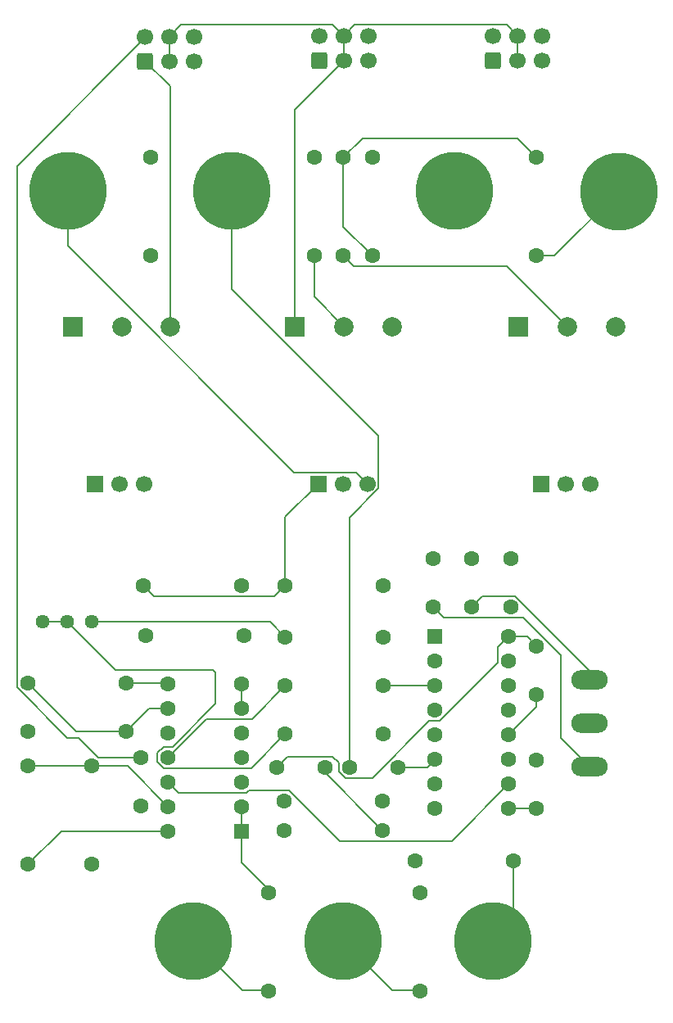
<source format=gbr>
%TF.GenerationSoftware,KiCad,Pcbnew,9.0.6*%
%TF.CreationDate,2026-01-21T23:07:25+11:00*%
%TF.ProjectId,oscillator,6f736369-6c6c-4617-946f-722e6b696361,rev?*%
%TF.SameCoordinates,Original*%
%TF.FileFunction,Copper,L1,Top*%
%TF.FilePolarity,Positive*%
%FSLAX46Y46*%
G04 Gerber Fmt 4.6, Leading zero omitted, Abs format (unit mm)*
G04 Created by KiCad (PCBNEW 9.0.6) date 2026-01-21 23:07:25*
%MOMM*%
%LPD*%
G01*
G04 APERTURE LIST*
G04 Aperture macros list*
%AMRoundRect*
0 Rectangle with rounded corners*
0 $1 Rounding radius*
0 $2 $3 $4 $5 $6 $7 $8 $9 X,Y pos of 4 corners*
0 Add a 4 corners polygon primitive as box body*
4,1,4,$2,$3,$4,$5,$6,$7,$8,$9,$2,$3,0*
0 Add four circle primitives for the rounded corners*
1,1,$1+$1,$2,$3*
1,1,$1+$1,$4,$5*
1,1,$1+$1,$6,$7*
1,1,$1+$1,$8,$9*
0 Add four rect primitives between the rounded corners*
20,1,$1+$1,$2,$3,$4,$5,0*
20,1,$1+$1,$4,$5,$6,$7,0*
20,1,$1+$1,$6,$7,$8,$9,0*
20,1,$1+$1,$8,$9,$2,$3,0*%
G04 Aperture macros list end*
%TA.AperFunction,ComponentPad*%
%ADD10C,1.600000*%
%TD*%
%TA.AperFunction,ComponentPad*%
%ADD11R,2.000000X2.000000*%
%TD*%
%TA.AperFunction,ComponentPad*%
%ADD12C,2.000000*%
%TD*%
%TA.AperFunction,ComponentPad*%
%ADD13C,8.000000*%
%TD*%
%TA.AperFunction,ComponentPad*%
%ADD14R,1.700000X1.700000*%
%TD*%
%TA.AperFunction,ComponentPad*%
%ADD15C,1.700000*%
%TD*%
%TA.AperFunction,ComponentPad*%
%ADD16RoundRect,0.250000X0.600000X-0.600000X0.600000X0.600000X-0.600000X0.600000X-0.600000X-0.600000X0*%
%TD*%
%TA.AperFunction,ComponentPad*%
%ADD17O,3.750000X2.000000*%
%TD*%
%TA.AperFunction,ComponentPad*%
%ADD18C,1.440000*%
%TD*%
%TA.AperFunction,ComponentPad*%
%ADD19RoundRect,0.250000X-0.550000X-0.550000X0.550000X-0.550000X0.550000X0.550000X-0.550000X0.550000X0*%
%TD*%
%TA.AperFunction,ComponentPad*%
%ADD20RoundRect,0.250000X0.550000X0.550000X-0.550000X0.550000X-0.550000X-0.550000X0.550000X-0.550000X0*%
%TD*%
%TA.AperFunction,Conductor*%
%ADD21C,0.200000*%
%TD*%
G04 APERTURE END LIST*
D10*
%TO.P,C7,1*%
%TO.N,Net-(J12-Pin_1)*%
X104986294Y-105321825D03*
%TO.P,C7,2*%
%TO.N,Net-(U1-VSSI)*%
X104986294Y-110321825D03*
%TD*%
%TO.P,R7,1*%
%TO.N,Net-(U1-VPWM)*%
X89080000Y-109500000D03*
%TO.P,R7,2*%
%TO.N,Net-(U2B--)*%
X78920000Y-109500000D03*
%TD*%
%TO.P,C6,1*%
%TO.N,12V*%
X105000000Y-93500000D03*
%TO.P,C6,2*%
%TO.N,GND*%
X105000000Y-98500000D03*
%TD*%
%TO.P,R15,1*%
%TO.N,GND*%
X52366658Y-102339627D03*
%TO.P,R15,2*%
%TO.N,Net-(U2C--)*%
X62526658Y-102339627D03*
%TD*%
%TO.P,C4,1*%
%TO.N,GND*%
X64049373Y-110017956D03*
%TO.P,C4,2*%
%TO.N,-12V*%
X64049373Y-105017956D03*
%TD*%
%TO.P,R17,1*%
%TO.N,Net-(R16-Pad2)*%
X92976806Y-119000000D03*
%TO.P,R17,2*%
%TO.N,Net-(J4-Pin_1)*%
X92976806Y-129160000D03*
%TD*%
%TO.P,R13,1*%
%TO.N,Net-(U1-VLFI)*%
X74500000Y-87250000D03*
%TO.P,R13,2*%
%TO.N,GND*%
X64340000Y-87250000D03*
%TD*%
D11*
%TO.P,J9,1,Pin_1*%
%TO.N,GND*%
X80000000Y-60500000D03*
D12*
%TO.P,J9,2,Pin_2*%
%TO.N,Net-(J9-Pin_2)*%
X85080000Y-60500000D03*
%TO.P,J9,3,Pin_3*%
%TO.N,Net-(J7-Pin_1)*%
X90080000Y-60500000D03*
%TD*%
D10*
%TO.P,R6,1*%
%TO.N,Net-(U2B-+)*%
X82000000Y-43000000D03*
%TO.P,R6,2*%
%TO.N,Net-(J9-Pin_2)*%
X82000000Y-53160000D03*
%TD*%
%TO.P,R10,1*%
%TO.N,Net-(C1-Pad1)*%
X88000000Y-43000000D03*
%TO.P,R10,2*%
%TO.N,Net-(U1-VFCI)*%
X88000000Y-53160000D03*
%TD*%
%TO.P,R5,1*%
%TO.N,Net-(U2B-+)*%
X65095193Y-43001691D03*
%TO.P,R5,2*%
%TO.N,Net-(J8-Pin_2)*%
X65095193Y-53161691D03*
%TD*%
D13*
%TO.P,J12,1,Pin_1*%
%TO.N,Net-(J12-Pin_1)*%
X96500000Y-46500000D03*
%TD*%
%TO.P,J6,1,Pin_1*%
%TO.N,Net-(J6-Pin_1)*%
X113500000Y-46524938D03*
%TD*%
D10*
%TO.P,R3,1*%
%TO.N,-12V*%
X79000000Y-97590000D03*
%TO.P,R3,2*%
%TO.N,Net-(U1-VEE)*%
X89160000Y-97590000D03*
%TD*%
%TO.P,R20,1*%
%TO.N,Net-(R19-Pad2)*%
X92420000Y-115750000D03*
%TO.P,R20,2*%
%TO.N,Net-(J3-Pin_1)*%
X102580000Y-115750000D03*
%TD*%
%TO.P,R14,1*%
%TO.N,Net-(J5-Pin_1)*%
X77283810Y-129160000D03*
%TO.P,R14,2*%
%TO.N,Net-(U2A--)*%
X77283810Y-119000000D03*
%TD*%
D13*
%TO.P,J7,1,Pin_1*%
%TO.N,Net-(J7-Pin_1)*%
X56500000Y-46500000D03*
%TD*%
D10*
%TO.P,C8,1*%
%TO.N,Net-(J13-Pin_1)*%
X85653753Y-106024555D03*
%TO.P,C8,2*%
%TO.N,Net-(U1-VHSI)*%
X90653753Y-106024555D03*
%TD*%
%TO.P,C1,1*%
%TO.N,Net-(C1-Pad1)*%
X102316405Y-84453030D03*
%TO.P,C1,2*%
%TO.N,GND*%
X102316405Y-89453030D03*
%TD*%
D14*
%TO.P,RV2,1,1*%
%TO.N,GND*%
X59310000Y-76750000D03*
D15*
%TO.P,RV2,2,2*%
%TO.N,Net-(J8-Pin_2)*%
X61850000Y-76750000D03*
%TO.P,RV2,3,3*%
%TO.N,12V*%
X64390000Y-76750000D03*
%TD*%
D10*
%TO.P,R18,1*%
%TO.N,GND*%
X59000000Y-116080000D03*
%TO.P,R18,2*%
%TO.N,Net-(U2D--)*%
X59000000Y-105920000D03*
%TD*%
D16*
%TO.P,J2,1,Pin_1*%
%TO.N,12V*%
X82500000Y-33000000D03*
D15*
%TO.P,J2,2,Pin_2*%
%TO.N,-12V*%
X82500000Y-30460000D03*
%TO.P,J2,3,Pin_3*%
%TO.N,GND*%
X85040000Y-33000000D03*
%TO.P,J2,4,Pin_4*%
X85040000Y-30460000D03*
%TO.P,J2,5,Pin_5*%
%TO.N,5V*%
X87580000Y-33000000D03*
%TO.P,J2,6,Pin_6*%
%TO.N,unconnected-(J2-Pin_6-Pad6)*%
X87580000Y-30460000D03*
%TD*%
D10*
%TO.P,R9,1*%
%TO.N,Net-(J10-Pin_2)*%
X85000000Y-53160000D03*
%TO.P,R9,2*%
%TO.N,Net-(U1-VFCI)*%
X85000000Y-43000000D03*
%TD*%
D14*
%TO.P,RV3,1,1*%
%TO.N,GND*%
X82410000Y-76750000D03*
D15*
%TO.P,RV3,2,2*%
%TO.N,Net-(J9-Pin_2)*%
X84950000Y-76750000D03*
%TO.P,RV3,3,3*%
%TO.N,Net-(J7-Pin_1)*%
X87490000Y-76750000D03*
%TD*%
D17*
%TO.P,SW1,1,C*%
%TO.N,Net-(SW1-C)*%
X110500000Y-106000000D03*
%TO.P,SW1,2,B*%
%TO.N,Net-(SW1-B)*%
X110500000Y-101500000D03*
%TO.P,SW1,3,A*%
%TO.N,Net-(SW1-A)*%
X110500000Y-97000000D03*
%TD*%
D18*
%TO.P,RV1,1,1*%
%TO.N,Net-(R1-Pad1)*%
X59000000Y-91000000D03*
%TO.P,RV1,2,2*%
%TO.N,Net-(U1-VEE)*%
X56460000Y-91000000D03*
%TO.P,RV1,3,3*%
X53920000Y-91000000D03*
%TD*%
D11*
%TO.P,J8,1,Pin_1*%
%TO.N,GND*%
X57000000Y-60500000D03*
D12*
%TO.P,J8,2,Pin_2*%
%TO.N,Net-(J8-Pin_2)*%
X62080000Y-60500000D03*
%TO.P,J8,3,Pin_3*%
%TO.N,12V*%
X67080000Y-60500000D03*
%TD*%
D10*
%TO.P,R12,1*%
%TO.N,Net-(U1-VLFI)*%
X74724244Y-92424393D03*
%TO.P,R12,2*%
%TO.N,12V*%
X64564244Y-92424393D03*
%TD*%
D19*
%TO.P,U1,1,SCALE1*%
%TO.N,Net-(U1-SCALE1)*%
X94500000Y-92550000D03*
D10*
%TO.P,U1,2,SCALE2*%
%TO.N,Net-(U1-SCALE2)*%
X94500000Y-95090000D03*
%TO.P,U1,3,VEE*%
%TO.N,Net-(U1-VEE)*%
X94500000Y-97630000D03*
%TO.P,U1,4,VP*%
%TO.N,Net-(U1-VP)*%
X94500000Y-100170000D03*
%TO.P,U1,5,VPWM*%
%TO.N,Net-(U1-VPWM)*%
X94500000Y-102710000D03*
%TO.P,U1,6,VHSI*%
%TO.N,Net-(U1-VHSI)*%
X94500000Y-105250000D03*
%TO.P,U1,7,VHFT*%
%TO.N,unconnected-(U1-VHFT-Pad7)*%
X94500000Y-107790000D03*
%TO.P,U1,8,VSO*%
%TO.N,Net-(U1-VSO)*%
X94500000Y-110330000D03*
%TO.P,U1,9,VSSI*%
%TO.N,Net-(U1-VSSI)*%
X102120000Y-110330000D03*
%TO.P,U1,10,VTO*%
%TO.N,Net-(U1-VTO)*%
X102120000Y-107790000D03*
%TO.P,U1,11,CAP*%
%TO.N,Net-(SW1-B)*%
X102120000Y-105250000D03*
%TO.P,U1,12,GND*%
%TO.N,GND*%
X102120000Y-102710000D03*
%TO.P,U1,13,VLFI*%
%TO.N,Net-(U1-VLFI)*%
X102120000Y-100170000D03*
%TO.P,U1,14,VS*%
%TO.N,Net-(U1-VS)*%
X102120000Y-97630000D03*
%TO.P,U1,15,VFCI*%
%TO.N,Net-(U1-VFCI)*%
X102120000Y-95090000D03*
%TO.P,U1,16,VCC*%
%TO.N,12V*%
X102120000Y-92550000D03*
%TD*%
D13*
%TO.P,J3,1,Pin_1*%
%TO.N,Net-(J3-Pin_1)*%
X100500000Y-124024938D03*
%TD*%
D10*
%TO.P,R19,1*%
%TO.N,Net-(U2D--)*%
X52369805Y-105918816D03*
%TO.P,R19,2*%
%TO.N,Net-(R19-Pad2)*%
X52369805Y-116078816D03*
%TD*%
D20*
%TO.P,U2,1*%
%TO.N,Net-(U2A--)*%
X74500000Y-112630000D03*
D10*
%TO.P,U2,2,-*%
X74500000Y-110090000D03*
%TO.P,U2,3,+*%
%TO.N,Net-(U1-VP)*%
X74500000Y-107550000D03*
%TO.P,U2,4,V+*%
%TO.N,12V*%
X74500000Y-105010000D03*
%TO.P,U2,5,+*%
%TO.N,Net-(U2B-+)*%
X74500000Y-102470000D03*
%TO.P,U2,6,-*%
%TO.N,Net-(U2B--)*%
X74500000Y-99930000D03*
%TO.P,U2,7*%
X74500000Y-97390000D03*
%TO.P,U2,8*%
%TO.N,Net-(R16-Pad2)*%
X66880000Y-97390000D03*
%TO.P,U2,9,-*%
%TO.N,Net-(U2C--)*%
X66880000Y-99930000D03*
%TO.P,U2,10,+*%
%TO.N,Net-(U1-VSO)*%
X66880000Y-102470000D03*
%TO.P,U2,11,V-*%
%TO.N,-12V*%
X66880000Y-105010000D03*
%TO.P,U2,12,+*%
%TO.N,Net-(U1-VTO)*%
X66880000Y-107550000D03*
%TO.P,U2,13,-*%
%TO.N,Net-(U2D--)*%
X66880000Y-110090000D03*
%TO.P,U2,14*%
%TO.N,Net-(R19-Pad2)*%
X66880000Y-112630000D03*
%TD*%
D14*
%TO.P,RV4,1,1*%
%TO.N,unconnected-(RV4-Pad1)*%
X105510000Y-76750000D03*
D15*
%TO.P,RV4,2,2*%
%TO.N,Net-(J10-Pin_2)*%
X108050000Y-76750000D03*
%TO.P,RV4,3,3*%
%TO.N,12V*%
X110590000Y-76750000D03*
%TD*%
D10*
%TO.P,R11,1*%
%TO.N,Net-(U1-VS)*%
X89139113Y-87254358D03*
%TO.P,R11,2*%
%TO.N,GND*%
X78979113Y-87254358D03*
%TD*%
%TO.P,R8,1*%
%TO.N,Net-(J6-Pin_1)*%
X105000000Y-53160000D03*
%TO.P,R8,2*%
%TO.N,Net-(U1-VFCI)*%
X105000000Y-43000000D03*
%TD*%
D13*
%TO.P,J13,1,Pin_1*%
%TO.N,Net-(J13-Pin_1)*%
X73500000Y-46500000D03*
%TD*%
D10*
%TO.P,C5,1*%
%TO.N,12V*%
X78153753Y-106024555D03*
%TO.P,C5,2*%
%TO.N,GND*%
X83153753Y-106024555D03*
%TD*%
D11*
%TO.P,J10,1,Pin_1*%
%TO.N,unconnected-(J10-Pin_1-Pad1)*%
X103095000Y-60500000D03*
D12*
%TO.P,J10,2,Pin_2*%
%TO.N,Net-(J10-Pin_2)*%
X108175000Y-60500000D03*
%TO.P,J10,3,Pin_3*%
%TO.N,12V*%
X113175000Y-60500000D03*
%TD*%
D10*
%TO.P,R2,1*%
%TO.N,Net-(U1-VEE)*%
X79000000Y-102590000D03*
%TO.P,R2,2*%
%TO.N,Net-(U1-SCALE2)*%
X89160000Y-102590000D03*
%TD*%
D16*
%TO.P,J1,1,Pin_1*%
%TO.N,12V*%
X64500000Y-33040000D03*
D15*
%TO.P,J1,2,Pin_2*%
%TO.N,-12V*%
X64500000Y-30500000D03*
%TO.P,J1,3,Pin_3*%
%TO.N,GND*%
X67040000Y-33040000D03*
%TO.P,J1,4,Pin_4*%
X67040000Y-30500000D03*
%TO.P,J1,5,Pin_5*%
%TO.N,5V*%
X69580000Y-33040000D03*
%TO.P,J1,6,Pin_6*%
%TO.N,unconnected-(J1-Pin_6-Pad6)*%
X69580000Y-30500000D03*
%TD*%
D10*
%TO.P,R4,1*%
%TO.N,GND*%
X89080000Y-112590000D03*
%TO.P,R4,2*%
%TO.N,Net-(U1-VP)*%
X78920000Y-112590000D03*
%TD*%
D16*
%TO.P,J11,1,Pin_1*%
%TO.N,12V*%
X100500000Y-33000000D03*
D15*
%TO.P,J11,2,Pin_2*%
%TO.N,-12V*%
X100500000Y-30460000D03*
%TO.P,J11,3,Pin_3*%
%TO.N,GND*%
X103040000Y-33000000D03*
%TO.P,J11,4,Pin_4*%
X103040000Y-30460000D03*
%TO.P,J11,5,Pin_5*%
%TO.N,5V*%
X105580000Y-33000000D03*
%TO.P,J11,6,Pin_6*%
%TO.N,unconnected-(J11-Pin_6-Pad6)*%
X105580000Y-30460000D03*
%TD*%
D13*
%TO.P,J4,1,Pin_1*%
%TO.N,Net-(J4-Pin_1)*%
X85000000Y-124024938D03*
%TD*%
D10*
%TO.P,C2,1*%
%TO.N,Net-(SW1-A)*%
X98316405Y-89453030D03*
%TO.P,C2,2*%
%TO.N,GND*%
X98316405Y-84453030D03*
%TD*%
D13*
%TO.P,J5,1,Pin_1*%
%TO.N,Net-(J5-Pin_1)*%
X69500000Y-124024938D03*
%TD*%
D10*
%TO.P,C3,1*%
%TO.N,Net-(SW1-C)*%
X94316405Y-89453030D03*
%TO.P,C3,2*%
%TO.N,GND*%
X94316405Y-84453030D03*
%TD*%
%TO.P,R16,1*%
%TO.N,Net-(U2C--)*%
X52366658Y-97339627D03*
%TO.P,R16,2*%
%TO.N,Net-(R16-Pad2)*%
X62526658Y-97339627D03*
%TD*%
%TO.P,R1,1*%
%TO.N,Net-(R1-Pad1)*%
X79000000Y-92590000D03*
%TO.P,R1,2*%
%TO.N,Net-(U1-SCALE1)*%
X89160000Y-92590000D03*
%TD*%
D21*
%TO.N,GND*%
X67040000Y-30651000D02*
X67040000Y-33191000D01*
X78979113Y-87254358D02*
X78979113Y-80180887D01*
X102120000Y-102710000D02*
X105000000Y-99830000D01*
X101889000Y-29309000D02*
X103040000Y-30460000D01*
X68231000Y-29309000D02*
X83889000Y-29309000D01*
X82500000Y-106000000D02*
X89080000Y-112580000D01*
X67040000Y-30500000D02*
X68231000Y-29309000D01*
X78979113Y-80180887D02*
X82410000Y-76750000D01*
X86191000Y-29309000D02*
X101889000Y-29309000D01*
X105000000Y-99830000D02*
X105000000Y-98500000D01*
X85040000Y-30460000D02*
X86191000Y-29309000D01*
X77882471Y-88351000D02*
X65441000Y-88351000D01*
X80000000Y-38040000D02*
X80000000Y-60500000D01*
X78979113Y-87254358D02*
X77882471Y-88351000D01*
X85040000Y-30651000D02*
X85040000Y-33191000D01*
X103040000Y-30460000D02*
X103040000Y-33000000D01*
X85040000Y-33000000D02*
X80000000Y-38040000D01*
X65441000Y-88351000D02*
X64340000Y-87250000D01*
X83889000Y-29309000D02*
X85040000Y-30460000D01*
X89080000Y-112580000D02*
X89080000Y-112590000D01*
%TO.N,Net-(SW1-A)*%
X110500000Y-97000000D02*
X110500000Y-96079575D01*
X99417405Y-88352030D02*
X98316405Y-89453030D01*
X110500000Y-96079575D02*
X102772455Y-88352030D01*
X102772455Y-88352030D02*
X99417405Y-88352030D01*
%TO.N,Net-(SW1-C)*%
X103611080Y-90554030D02*
X95417405Y-90554030D01*
X95417405Y-90554030D02*
X94316405Y-89453030D01*
X110500000Y-106000000D02*
X107500000Y-103000000D01*
X107500000Y-103000000D02*
X107500000Y-94442950D01*
X107500000Y-94442950D02*
X103611080Y-90554030D01*
%TO.N,Net-(R1-Pad1)*%
X59000000Y-91000000D02*
X77410000Y-91000000D01*
X77410000Y-91000000D02*
X79000000Y-92590000D01*
%TO.N,Net-(U1-VEE)*%
X75479000Y-106111000D02*
X79000000Y-102590000D01*
X94460000Y-97590000D02*
X94500000Y-97630000D01*
X71811575Y-99433475D02*
X67336050Y-103909000D01*
X61460000Y-96000000D02*
X71552950Y-96000000D01*
X66423950Y-106111000D02*
X75479000Y-106111000D01*
X89160000Y-97590000D02*
X94460000Y-97590000D01*
X56460000Y-91000000D02*
X61460000Y-96000000D01*
X67336050Y-103909000D02*
X66423950Y-103909000D01*
X71552950Y-96000000D02*
X71811575Y-96258625D01*
X65779000Y-104553950D02*
X65779000Y-105466050D01*
X66423950Y-103909000D02*
X65779000Y-104553950D01*
X71811575Y-96258625D02*
X71811575Y-99433475D01*
X53920000Y-91000000D02*
X56460000Y-91000000D01*
X65779000Y-105466050D02*
X66423950Y-106111000D01*
%TO.N,-12V*%
X51265658Y-43885342D02*
X64500000Y-30651000D01*
X57637050Y-103000000D02*
X56469981Y-103000000D01*
X59655006Y-105017956D02*
X57637050Y-103000000D01*
X70859000Y-101031000D02*
X66880000Y-105010000D01*
X64049373Y-105017956D02*
X59655006Y-105017956D01*
X56469981Y-103000000D02*
X51265658Y-97795677D01*
X79000000Y-97590000D02*
X75559000Y-101031000D01*
X51265658Y-97795677D02*
X51265658Y-43885342D01*
X75559000Y-101031000D02*
X70859000Y-101031000D01*
%TO.N,Net-(U2B--)*%
X74500000Y-97390000D02*
X74500000Y-99930000D01*
%TO.N,Net-(U1-VFCI)*%
X87000000Y-41000000D02*
X103000000Y-41000000D01*
X85000000Y-50160000D02*
X88000000Y-53160000D01*
X85000000Y-43000000D02*
X87000000Y-41000000D01*
X85000000Y-43000000D02*
X85000000Y-50160000D01*
X103000000Y-41000000D02*
X105000000Y-43000000D01*
%TO.N,12V*%
X93850258Y-101271000D02*
X94956050Y-101271000D01*
X101019000Y-93651000D02*
X102120000Y-92550000D01*
X83907803Y-104923555D02*
X84552753Y-105568505D01*
X87995703Y-107125555D02*
X93850258Y-101271000D01*
X64500000Y-33040000D02*
X67080000Y-35620000D01*
X101019000Y-95208050D02*
X101019000Y-93651000D01*
X78153753Y-106024555D02*
X79254753Y-104923555D01*
X67080000Y-35620000D02*
X67080000Y-60500000D01*
X94956050Y-101271000D02*
X101019000Y-95208050D01*
X104050000Y-92550000D02*
X105000000Y-93500000D01*
X102120000Y-92550000D02*
X104050000Y-92550000D01*
X84552753Y-105568505D02*
X84552753Y-106480605D01*
X79254753Y-104923555D02*
X83907803Y-104923555D01*
X84552753Y-106480605D02*
X85197703Y-107125555D01*
X85197703Y-107125555D02*
X87995703Y-107125555D01*
%TO.N,Net-(U2C--)*%
X57366658Y-102339627D02*
X52366658Y-97339627D01*
X64936285Y-99930000D02*
X62526658Y-102339627D01*
X66880000Y-99930000D02*
X64936285Y-99930000D01*
X62526658Y-102339627D02*
X57366658Y-102339627D01*
%TO.N,Net-(R16-Pad2)*%
X62526658Y-97339627D02*
X66829627Y-97339627D01*
X66829627Y-97339627D02*
X66880000Y-97390000D01*
%TO.N,Net-(U2D--)*%
X58998816Y-105918816D02*
X59000000Y-105920000D01*
X59000000Y-105920000D02*
X62710000Y-105920000D01*
X52369805Y-105918816D02*
X58998816Y-105918816D01*
X62710000Y-105920000D02*
X66880000Y-110090000D01*
%TO.N,Net-(U2A--)*%
X74500000Y-115920000D02*
X77500000Y-118920000D01*
X74500000Y-112630000D02*
X74500000Y-115920000D01*
X74500000Y-110090000D02*
X74500000Y-112630000D01*
%TO.N,Net-(R19-Pad2)*%
X52369805Y-116078816D02*
X55818621Y-112630000D01*
X55818621Y-112630000D02*
X66880000Y-112630000D01*
%TO.N,Net-(U1-VTO)*%
X67981000Y-108651000D02*
X66880000Y-107550000D01*
X102120000Y-107790000D02*
X96219000Y-113691000D01*
X84668050Y-113691000D02*
X79376050Y-108399000D01*
X79376050Y-108399000D02*
X75208050Y-108399000D01*
X74956050Y-108651000D02*
X67981000Y-108651000D01*
X96219000Y-113691000D02*
X84668050Y-113691000D01*
X75208050Y-108399000D02*
X74956050Y-108651000D01*
%TO.N,Net-(U1-VSSI)*%
X104978119Y-110330000D02*
X104986294Y-110321825D01*
X102120000Y-110330000D02*
X104978119Y-110330000D01*
%TO.N,Net-(J3-Pin_1)*%
X102580000Y-121920000D02*
X100500000Y-124000000D01*
X102580000Y-115750000D02*
X102580000Y-121920000D01*
%TO.N,Net-(J4-Pin_1)*%
X93000000Y-129080000D02*
X90080000Y-129080000D01*
X90080000Y-129080000D02*
X85000000Y-124000000D01*
%TO.N,Net-(J5-Pin_1)*%
X74580000Y-129080000D02*
X69500000Y-124000000D01*
X77500000Y-129080000D02*
X74580000Y-129080000D01*
%TO.N,Net-(J6-Pin_1)*%
X105000000Y-53160000D02*
X106864938Y-53160000D01*
X106864938Y-53160000D02*
X113500000Y-46524938D01*
%TO.N,Net-(J7-Pin_1)*%
X79942146Y-75599000D02*
X86339000Y-75599000D01*
X56500000Y-52156854D02*
X79942146Y-75599000D01*
X86339000Y-75599000D02*
X87490000Y-76750000D01*
X56500000Y-46500000D02*
X56500000Y-52156854D01*
%TO.N,Net-(J9-Pin_2)*%
X82000000Y-53160000D02*
X82000000Y-57420000D01*
X82000000Y-57420000D02*
X85080000Y-60500000D01*
%TO.N,Net-(J10-Pin_2)*%
X101936000Y-54261000D02*
X108175000Y-60500000D01*
X85000000Y-53160000D02*
X86101000Y-54261000D01*
X86101000Y-54261000D02*
X101936000Y-54261000D01*
%TO.N,Net-(U1-VHSI)*%
X90653753Y-106024555D02*
X93725445Y-106024555D01*
X93725445Y-106024555D02*
X94500000Y-105250000D01*
%TO.N,Net-(J13-Pin_1)*%
X88641000Y-77226760D02*
X88641000Y-71743000D01*
X85653753Y-80214007D02*
X88641000Y-77226760D01*
X85653753Y-106024555D02*
X85653753Y-80214007D01*
X73500000Y-56602000D02*
X73500000Y-46500000D01*
X88641000Y-71743000D02*
X73500000Y-56602000D01*
%TD*%
M02*

</source>
